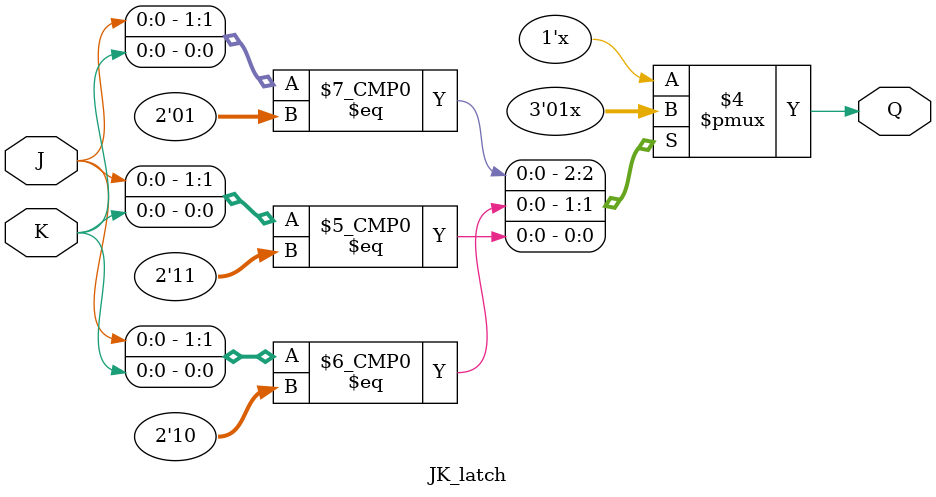
<source format=v>
module JK_latch(
	input J,
	input K,
	output reg Q
);

initial begin
	Q=0;
end
always@(*) begin
	case({J,K})
		2'b00 : Q <= Q;
		2'b01 : Q <= 0;
		2'b10 : Q <= 1;
		2'b11 : Q <= ~Q;
	endcase
end

endmodule

	
</source>
